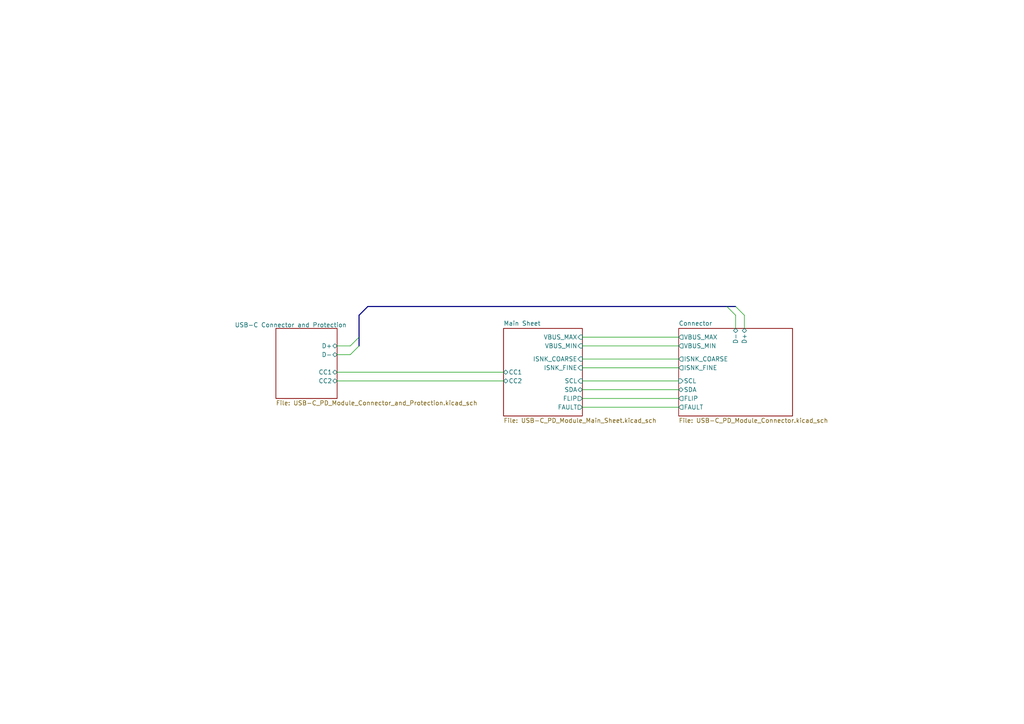
<source format=kicad_sch>
(kicad_sch
	(version 20231120)
	(generator "eeschema")
	(generator_version "8.0")
	(uuid "e9157937-4343-4473-886a-dab0513dea03")
	(paper "A4")
	(title_block
		(title "Overview")
		(date "2025-01-24")
		(rev "1.0")
	)
	(lib_symbols)
	(bus_entry
		(at 210.82 88.9)
		(size 2.54 2.54)
		(stroke
			(width 0)
			(type default)
		)
		(uuid "a52cd7bb-92c9-41ec-bd09-2b7537e8a9f9")
	)
	(bus_entry
		(at 101.6 102.87)
		(size 2.54 -2.54)
		(stroke
			(width 0)
			(type default)
		)
		(uuid "d6f58a3d-96c8-4b03-8feb-29440ff1dbe2")
	)
	(bus_entry
		(at 213.36 88.9)
		(size 2.54 2.54)
		(stroke
			(width 0)
			(type default)
		)
		(uuid "e2381b57-482f-4fe5-a232-7d0d7a20e9c7")
	)
	(bus_entry
		(at 101.6 100.33)
		(size 2.54 -2.54)
		(stroke
			(width 0)
			(type default)
		)
		(uuid "e379481f-be0d-4277-a0ca-d81af6e3af89")
	)
	(wire
		(pts
			(xy 97.79 110.49) (xy 146.05 110.49)
		)
		(stroke
			(width 0)
			(type default)
		)
		(uuid "002ecb6a-ad41-4434-93f3-002b8f2ac444")
	)
	(wire
		(pts
			(xy 213.36 91.44) (xy 213.36 95.25)
		)
		(stroke
			(width 0)
			(type default)
		)
		(uuid "073abd39-5929-431e-a334-36db6bcc0da9")
	)
	(wire
		(pts
			(xy 168.91 113.03) (xy 196.85 113.03)
		)
		(stroke
			(width 0)
			(type default)
		)
		(uuid "1355fd92-5401-49f8-8609-7903eb6df5f3")
	)
	(wire
		(pts
			(xy 168.91 97.79) (xy 196.85 97.79)
		)
		(stroke
			(width 0)
			(type default)
		)
		(uuid "197a38d9-0441-40a0-9701-8e96dd7a8cfb")
	)
	(wire
		(pts
			(xy 215.9 91.44) (xy 215.9 95.25)
		)
		(stroke
			(width 0)
			(type default)
		)
		(uuid "275cf78c-0ac8-4b7c-a71a-45f64c2e1ef2")
	)
	(bus
		(pts
			(xy 104.14 91.44) (xy 106.68 88.9)
		)
		(stroke
			(width 0)
			(type default)
		)
		(uuid "32fd8ccc-46d9-4870-ae3a-912948621862")
	)
	(wire
		(pts
			(xy 168.91 110.49) (xy 196.85 110.49)
		)
		(stroke
			(width 0)
			(type default)
		)
		(uuid "3bc9b6ab-9053-4736-ba91-29cf366dc66b")
	)
	(wire
		(pts
			(xy 168.91 106.68) (xy 196.85 106.68)
		)
		(stroke
			(width 0)
			(type default)
		)
		(uuid "4b24a1eb-0dac-41e8-836e-0d9dd13aa088")
	)
	(wire
		(pts
			(xy 168.91 100.33) (xy 196.85 100.33)
		)
		(stroke
			(width 0)
			(type default)
		)
		(uuid "4f542e64-004d-42d9-8cd8-960fcedc681b")
	)
	(bus
		(pts
			(xy 104.14 97.79) (xy 104.14 100.33)
		)
		(stroke
			(width 0)
			(type default)
		)
		(uuid "64e09550-f1c5-4127-93e8-a10a0253b15c")
	)
	(wire
		(pts
			(xy 168.91 115.57) (xy 196.85 115.57)
		)
		(stroke
			(width 0)
			(type default)
		)
		(uuid "972ab100-3d27-4245-9257-5a48b0f1afb6")
	)
	(wire
		(pts
			(xy 168.91 118.11) (xy 196.85 118.11)
		)
		(stroke
			(width 0)
			(type default)
		)
		(uuid "9875275e-e8a5-427e-858f-d91441a44471")
	)
	(bus
		(pts
			(xy 210.82 88.9) (xy 213.36 88.9)
		)
		(stroke
			(width 0)
			(type default)
		)
		(uuid "9d94c993-d616-4483-bcd8-bfa18cb3f92e")
	)
	(wire
		(pts
			(xy 97.79 107.95) (xy 146.05 107.95)
		)
		(stroke
			(width 0)
			(type default)
		)
		(uuid "9de8b20a-29b2-4de9-acc1-5ccb5cacaf72")
	)
	(wire
		(pts
			(xy 97.79 102.87) (xy 101.6 102.87)
		)
		(stroke
			(width 0)
			(type default)
		)
		(uuid "c170153b-7433-4b4a-b211-da58ac5f1dba")
	)
	(wire
		(pts
			(xy 97.79 100.33) (xy 101.6 100.33)
		)
		(stroke
			(width 0)
			(type default)
		)
		(uuid "c55effe2-9d31-4808-9681-9ae249c5d975")
	)
	(bus
		(pts
			(xy 104.14 91.44) (xy 104.14 97.79)
		)
		(stroke
			(width 0)
			(type default)
		)
		(uuid "d4d1a660-1f57-42fc-89cb-40168f78c37d")
	)
	(bus
		(pts
			(xy 106.68 88.9) (xy 210.82 88.9)
		)
		(stroke
			(width 0)
			(type default)
		)
		(uuid "d94cbb75-9aa3-42cb-8296-ed69724d101b")
	)
	(wire
		(pts
			(xy 168.91 104.14) (xy 196.85 104.14)
		)
		(stroke
			(width 0)
			(type default)
		)
		(uuid "dd58f8b3-e45c-44e0-b42b-d199ba286c9a")
	)
	(sheet
		(at 80.01 95.25)
		(size 17.78 20.32)
		(stroke
			(width 0.1524)
			(type solid)
		)
		(fill
			(color 0 0 0 0.0000)
		)
		(uuid "2a8bbf7b-c7ff-4aaf-8d9e-cc20cea6930f")
		(property "Sheetname" "USB-C Connector and Protection"
			(at 68.072 94.996 0)
			(effects
				(font
					(size 1.27 1.27)
				)
				(justify left bottom)
			)
		)
		(property "Sheetfile" "USB-C_PD_Module_Connector_and_Protection.kicad_sch"
			(at 80.01 116.1546 0)
			(effects
				(font
					(size 1.27 1.27)
				)
				(justify left top)
			)
		)
		(pin "D-" bidirectional
			(at 97.79 102.87 0)
			(effects
				(font
					(size 1.27 1.27)
				)
				(justify right)
			)
			(uuid "d2bdf129-8c3a-40da-90dd-233bba88357a")
		)
		(pin "CC1" bidirectional
			(at 97.79 107.95 0)
			(effects
				(font
					(size 1.27 1.27)
				)
				(justify right)
			)
			(uuid "58ed30ea-4723-48ed-83cb-804e650b8890")
		)
		(pin "CC2" bidirectional
			(at 97.79 110.49 0)
			(effects
				(font
					(size 1.27 1.27)
				)
				(justify right)
			)
			(uuid "223e455d-69f1-4c95-bece-a58276a66826")
		)
		(pin "D+" bidirectional
			(at 97.79 100.33 0)
			(effects
				(font
					(size 1.27 1.27)
				)
				(justify right)
			)
			(uuid "1db4076d-de67-4fcc-aeb7-b73a6617abb6")
		)
		(instances
			(project "USB-C_PD_Module"
				(path "/e9157937-4343-4473-886a-dab0513dea03"
					(page "2")
				)
			)
		)
	)
	(sheet
		(at 196.85 95.25)
		(size 33.02 25.4)
		(fields_autoplaced yes)
		(stroke
			(width 0.1524)
			(type solid)
		)
		(fill
			(color 0 0 0 0.0000)
		)
		(uuid "6cb13895-410c-4d2e-a670-b234d66656a3")
		(property "Sheetname" "Connector"
			(at 196.85 94.5384 0)
			(effects
				(font
					(size 1.27 1.27)
				)
				(justify left bottom)
			)
		)
		(property "Sheetfile" "USB-C_PD_Module_Connector.kicad_sch"
			(at 196.85 121.2346 0)
			(effects
				(font
					(size 1.27 1.27)
				)
				(justify left top)
			)
		)
		(pin "ISNK_FINE" output
			(at 196.85 106.68 180)
			(effects
				(font
					(size 1.27 1.27)
				)
				(justify left)
			)
			(uuid "1f0fae07-7fcc-470a-b8cf-fcf70c46582a")
		)
		(pin "D-" bidirectional
			(at 213.36 95.25 90)
			(effects
				(font
					(size 1.27 1.27)
				)
				(justify right)
			)
			(uuid "a4adeb32-0df2-4ba4-80d1-ad88b9416dfa")
		)
		(pin "D+" bidirectional
			(at 215.9 95.25 90)
			(effects
				(font
					(size 1.27 1.27)
				)
				(justify right)
			)
			(uuid "da96e0bf-82f3-4f71-8ddc-aef5604e8666")
		)
		(pin "VBUS_MIN" output
			(at 196.85 100.33 180)
			(effects
				(font
					(size 1.27 1.27)
				)
				(justify left)
			)
			(uuid "e77323eb-de47-4bb4-b38e-eca7c377b4be")
		)
		(pin "VBUS_MAX" output
			(at 196.85 97.79 180)
			(effects
				(font
					(size 1.27 1.27)
				)
				(justify left)
			)
			(uuid "f35e5730-91e2-4863-9d68-22d0261a837d")
		)
		(pin "ISNK_COARSE" output
			(at 196.85 104.14 180)
			(effects
				(font
					(size 1.27 1.27)
				)
				(justify left)
			)
			(uuid "3e70a1c8-ddc5-4570-b012-77955e5d9f7a")
		)
		(pin "SDA" bidirectional
			(at 196.85 113.03 180)
			(effects
				(font
					(size 1.27 1.27)
				)
				(justify left)
			)
			(uuid "a7095d17-0b97-4709-9d1a-4976ab632e19")
		)
		(pin "SCL" input
			(at 196.85 110.49 180)
			(effects
				(font
					(size 1.27 1.27)
				)
				(justify left)
			)
			(uuid "a87d63a1-e996-4c0d-a8fd-e3d821399d41")
		)
		(pin "FLIP" output
			(at 196.85 115.57 180)
			(effects
				(font
					(size 1.27 1.27)
				)
				(justify left)
			)
			(uuid "007aca6f-3e85-42c6-87cc-edcf7c0d52db")
		)
		(pin "FAULT" output
			(at 196.85 118.11 180)
			(effects
				(font
					(size 1.27 1.27)
				)
				(justify left)
			)
			(uuid "05da9c2d-0344-4ee6-9301-a12503c1b1c0")
		)
		(instances
			(project "USB-C_PD_Module"
				(path "/e9157937-4343-4473-886a-dab0513dea03"
					(page "4")
				)
			)
		)
	)
	(sheet
		(at 146.05 95.25)
		(size 22.86 25.4)
		(fields_autoplaced yes)
		(stroke
			(width 0.1524)
			(type solid)
		)
		(fill
			(color 0 0 0 0.0000)
		)
		(uuid "859e78f6-ccf9-44d4-8549-a51c7a5069ea")
		(property "Sheetname" "Main Sheet"
			(at 146.05 94.5384 0)
			(effects
				(font
					(size 1.27 1.27)
				)
				(justify left bottom)
			)
		)
		(property "Sheetfile" "USB-C_PD_Module_Main_Sheet.kicad_sch"
			(at 146.05 121.2346 0)
			(effects
				(font
					(size 1.27 1.27)
				)
				(justify left top)
			)
		)
		(property "Feld2" ""
			(at 146.05 95.25 0)
			(effects
				(font
					(size 1.27 1.27)
				)
				(hide yes)
			)
		)
		(pin "VBUS_MIN" input
			(at 168.91 100.33 0)
			(effects
				(font
					(size 1.27 1.27)
				)
				(justify right)
			)
			(uuid "5b7444ce-fea6-4ef8-b489-56f6043bf9e3")
		)
		(pin "VBUS_MAX" input
			(at 168.91 97.79 0)
			(effects
				(font
					(size 1.27 1.27)
				)
				(justify right)
			)
			(uuid "654b6def-5ae4-47b7-96fe-a2d2e14b142c")
		)
		(pin "ISNK_COARSE" input
			(at 168.91 104.14 0)
			(effects
				(font
					(size 1.27 1.27)
				)
				(justify right)
			)
			(uuid "9bf704e5-dd73-4cbf-bdca-a34740029b4d")
		)
		(pin "ISNK_FINE" input
			(at 168.91 106.68 0)
			(effects
				(font
					(size 1.27 1.27)
				)
				(justify right)
			)
			(uuid "ca8124ee-7529-45eb-98d0-ca0c4905364b")
		)
		(pin "CC1" bidirectional
			(at 146.05 107.95 180)
			(effects
				(font
					(size 1.27 1.27)
				)
				(justify left)
			)
			(uuid "798b5366-0ce3-44bb-9ed3-9f70a4713d6b")
		)
		(pin "CC2" bidirectional
			(at 146.05 110.49 180)
			(effects
				(font
					(size 1.27 1.27)
				)
				(justify left)
			)
			(uuid "734fc436-70a0-49d4-96ad-f8aee50abe93")
		)
		(pin "SDA" bidirectional
			(at 168.91 113.03 0)
			(effects
				(font
					(size 1.27 1.27)
				)
				(justify right)
			)
			(uuid "1992fc6d-3b3a-4e6c-be94-beccc862ea89")
		)
		(pin "FAULT" output
			(at 168.91 118.11 0)
			(effects
				(font
					(size 1.27 1.27)
				)
				(justify right)
			)
			(uuid "6670ff4e-732d-4643-a83f-05b454a9b4b5")
		)
		(pin "FLIP" output
			(at 168.91 115.57 0)
			(effects
				(font
					(size 1.27 1.27)
				)
				(justify right)
			)
			(uuid "8778d31e-c0fe-4dce-8357-871f5c4eac24")
		)
		(pin "SCL" input
			(at 168.91 110.49 0)
			(effects
				(font
					(size 1.27 1.27)
				)
				(justify right)
			)
			(uuid "0d23e377-277b-4d5e-95c1-6ce825977665")
		)
		(instances
			(project "USB-C_PD_Module"
				(path "/e9157937-4343-4473-886a-dab0513dea03"
					(page "3")
				)
			)
		)
	)
	(sheet_instances
		(path "/"
			(page "1")
		)
	)
)

</source>
